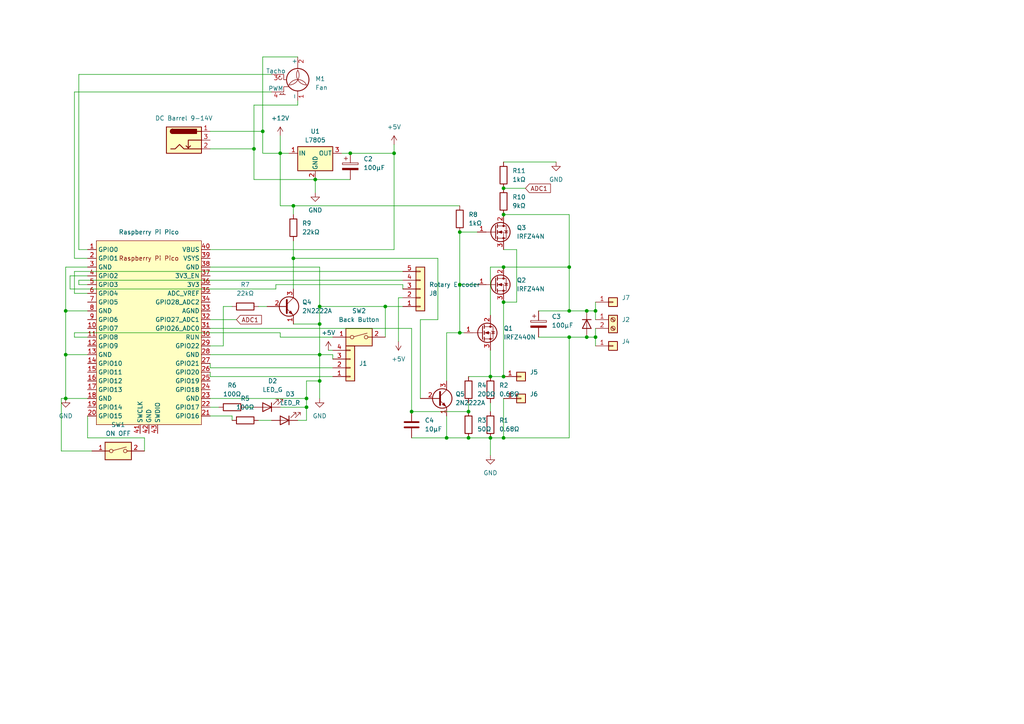
<source format=kicad_sch>
(kicad_sch (version 20230121) (generator eeschema)
  (paper "A4")
  (lib_symbols
    (symbol "Connector:Barrel_Jack_Switch" (pin_names hide)
      (property "Reference" "J" (at 0 5.334 0))
      (property "Value" "Barrel_Jack_Switch" (at 0 -5.08 0))
      (symbol "Barrel_Jack_Switch_0_1"
        (rectangle (start -5.08 3.81) (end 5.08 -3.81) (stroke (width 0.254)) (fill (type background)))
        (arc (start -3.302 3.175) (mid -3.9343 2.54) (end -3.302 1.905) (stroke (width 0.254)))
        (arc (start -3.302 3.175) (mid -3.9343 2.54) (end -3.302 1.905) (stroke (width 0.254)) (fill (type outline)))
        (polyline (pts (xy 1.27 -2.286) (xy 1.905 -1.651)) (stroke (width 0.254)))
        (polyline (pts (xy 5.08 2.54) (xy 3.81 2.54)) (stroke (width 0.254)))
        (polyline (pts (xy 5.08 0) (xy 1.27 0) (xy 1.27 -2.286) (xy 0.635 -1.651)) (stroke (width 0.254)))
        (polyline (pts (xy -3.81 -2.54) (xy -2.54 -2.54) (xy -1.27 -1.27) (xy 0 -2.54) (xy 2.54 -2.54) (xy 5.08 -2.54)) (stroke (width 0.254)))
        (rectangle (start 3.683 3.175) (end -3.302 1.905) (stroke (width 0.254)) (fill (type outline)))
      )
      (symbol "Barrel_Jack_Switch_1_1"
        (pin passive line (at 7.62 2.54 180) (length 2.54) (name "~") (number "1"))
        (pin passive line (at 7.62 -2.54 180) (length 2.54) (name "~") (number "2"))
        (pin passive line (at 7.62 0 180) (length 2.54) (name "~") (number "3"))
      )
    )
    (symbol "Connector:Screw_Terminal_01x02" (pin_names (offset 1.016) hide)
      (property "Reference" "J" (at 0 2.54 0))
      (property "Value" "Screw_Terminal_01x02" (at 0 -5.08 0))
      (symbol "Screw_Terminal_01x02_1_1"
        (rectangle (start -1.27 1.27) (end 1.27 -3.81) (stroke (width 0.254)) (fill (type background)))
        (circle (center 0 -2.54) (radius 0.635) (stroke (width 0.1524)))
        (polyline (pts (xy -0.5334 -2.2098) (xy 0.3302 -3.048)) (stroke (width 0.1524)))
        (polyline (pts (xy -0.5334 0.3302) (xy 0.3302 -0.508)) (stroke (width 0.1524)))
        (polyline (pts (xy -0.3556 -2.032) (xy 0.508 -2.8702)) (stroke (width 0.1524)))
        (polyline (pts (xy -0.3556 0.508) (xy 0.508 -0.3302)) (stroke (width 0.1524)))
        (circle (center 0 0) (radius 0.635) (stroke (width 0.1524)))
        (pin passive line (at -5.08 0 0) (length 3.81) (name "Pin_1") (number "1"))
        (pin passive line (at -5.08 -2.54 0) (length 3.81) (name "Pin_2") (number "2"))
      )
    )
    (symbol "Connector_Generic:Conn_01x01" (pin_names (offset 1.016) hide)
      (property "Reference" "J" (at 0 2.54 0))
      (property "Value" "Conn_01x01" (at 0 -2.54 0))
      (symbol "Conn_01x01_1_1"
        (rectangle (start -1.27 0.127) (end 0 -0.127) (stroke (width 0.1524)))
        (rectangle (start -1.27 1.27) (end 1.27 -1.27) (stroke (width 0.254)) (fill (type background)))
        (pin passive line (at -5.08 0 0) (length 3.81) (name "Pin_1") (number "1"))
      )
    )
    (symbol "Connector_Generic:Conn_01x04" (pin_names (offset 1.016) hide)
      (property "Reference" "J" (at 0 5.08 0))
      (property "Value" "Conn_01x04" (at 0 -7.62 0))
      (symbol "Conn_01x04_1_1"
        (rectangle (start -1.27 -4.953) (end 0 -5.207) (stroke (width 0.1524)))
        (rectangle (start -1.27 -2.413) (end 0 -2.667) (stroke (width 0.1524)))
        (rectangle (start -1.27 0.127) (end 0 -0.127) (stroke (width 0.1524)))
        (rectangle (start -1.27 2.667) (end 0 2.413) (stroke (width 0.1524)))
        (rectangle (start -1.27 3.81) (end 1.27 -6.35) (stroke (width 0.254)) (fill (type background)))
        (pin passive line (at -5.08 2.54 0) (length 3.81) (name "Pin_1") (number "1"))
        (pin passive line (at -5.08 0 0) (length 3.81) (name "Pin_2") (number "2"))
        (pin passive line (at -5.08 -2.54 0) (length 3.81) (name "Pin_3") (number "3"))
        (pin passive line (at -5.08 -5.08 0) (length 3.81) (name "Pin_4") (number "4"))
      )
    )
    (symbol "Connector_Generic:Conn_01x05" (pin_names (offset 1.016) hide)
      (property "Reference" "J" (at 0 7.62 0))
      (property "Value" "Conn_01x05" (at 0 -7.62 0))
      (symbol "Conn_01x05_1_1"
        (rectangle (start -1.27 -4.953) (end 0 -5.207) (stroke (width 0.1524)))
        (rectangle (start -1.27 -2.413) (end 0 -2.667) (stroke (width 0.1524)))
        (rectangle (start -1.27 0.127) (end 0 -0.127) (stroke (width 0.1524)))
        (rectangle (start -1.27 2.667) (end 0 2.413) (stroke (width 0.1524)))
        (rectangle (start -1.27 5.207) (end 0 4.953) (stroke (width 0.1524)))
        (rectangle (start -1.27 6.35) (end 1.27 -6.35) (stroke (width 0.254)) (fill (type background)))
        (pin passive line (at -5.08 5.08 0) (length 3.81) (name "Pin_1") (number "1"))
        (pin passive line (at -5.08 2.54 0) (length 3.81) (name "Pin_2") (number "2"))
        (pin passive line (at -5.08 0 0) (length 3.81) (name "Pin_3") (number "3"))
        (pin passive line (at -5.08 -2.54 0) (length 3.81) (name "Pin_4") (number "4"))
        (pin passive line (at -5.08 -5.08 0) (length 3.81) (name "Pin_5") (number "5"))
      )
    )
    (symbol "Device:C" (pin_numbers hide) (pin_names (offset 0.254))
      (property "Reference" "C" (at 0.635 2.54 0))
      (property "Value" "C" (at 0.635 -2.54 0))
      (symbol "C_0_1"
        (polyline (pts (xy -2.032 -0.762) (xy 2.032 -0.762)) (stroke (width 0.508)))
        (polyline (pts (xy -2.032 0.762) (xy 2.032 0.762)) (stroke (width 0.508)))
      )
      (symbol "C_1_1"
        (pin passive line (at 0 3.81 270) (length 2.794) (name "~") (number "1"))
        (pin passive line (at 0 -3.81 90) (length 2.794) (name "~") (number "2"))
      )
    )
    (symbol "Device:C_Polarized" (pin_numbers hide) (pin_names (offset 0.254))
      (property "Reference" "C" (at 0.635 2.54 0))
      (property "Value" "C_Polarized" (at 0.635 -2.54 0))
      (symbol "C_Polarized_0_1"
        (rectangle (start -2.286 0.508) (end 2.286 1.016))
        (polyline (pts (xy -1.778 2.286) (xy -0.762 2.286)))
        (polyline (pts (xy -1.27 2.794) (xy -1.27 1.778)))
        (rectangle (start 2.286 -0.508) (end -2.286 -1.016) (fill (type outline)))
      )
      (symbol "C_Polarized_1_1"
        (pin passive line (at 0 3.81 270) (length 2.794) (name "~") (number "1"))
        (pin passive line (at 0 -3.81 90) (length 2.794) (name "~") (number "2"))
      )
    )
    (symbol "Device:LED" (pin_numbers hide) (pin_names (offset 1.016) hide)
      (property "Reference" "D" (at 0 2.54 0))
      (property "Value" "LED" (at 0 -2.54 0))
      (symbol "LED_0_1"
        (polyline (pts (xy -1.27 -1.27) (xy -1.27 1.27)) (stroke (width 0.254)))
        (polyline (pts (xy -1.27 0) (xy 1.27 0)))
        (polyline (pts (xy 1.27 -1.27) (xy 1.27 1.27) (xy -1.27 0) (xy 1.27 -1.27)) (stroke (width 0.254)))
        (polyline (pts (xy -3.048 -0.762) (xy -4.572 -2.286) (xy -3.81 -2.286) (xy -4.572 -2.286) (xy -4.572 -1.524)))
        (polyline (pts (xy -1.778 -0.762) (xy -3.302 -2.286) (xy -2.54 -2.286) (xy -3.302 -2.286) (xy -3.302 -1.524)))
      )
      (symbol "LED_1_1"
        (pin passive line (at -3.81 0 0) (length 2.54) (name "K") (number "1"))
        (pin passive line (at 3.81 0 180) (length 2.54) (name "A") (number "2"))
      )
    )
    (symbol "Device:R" (pin_numbers hide) (pin_names (offset 0))
      (property "Reference" "R" (at 2.032 0 90))
      (property "Value" "R" (at 0 0 90))
      (symbol "R_0_1"
        (rectangle (start -1.016 -2.54) (end 1.016 2.54) (stroke (width 0.254)))
      )
      (symbol "R_1_1"
        (pin passive line (at 0 3.81 270) (length 1.27) (name "~") (number "1"))
        (pin passive line (at 0 -3.81 90) (length 1.27) (name "~") (number "2"))
      )
    )
    (symbol "Diode:1N4001" (pin_numbers hide) (pin_names hide)
      (property "Reference" "D" (at 0 2.54 0))
      (property "Value" "1N4001" (at 0 -2.54 0))
      (symbol "1N4001_0_1"
        (polyline (pts (xy -1.27 1.27) (xy -1.27 -1.27)) (stroke (width 0.254)))
        (polyline (pts (xy 1.27 0) (xy -1.27 0)))
        (polyline (pts (xy 1.27 1.27) (xy 1.27 -1.27) (xy -1.27 0) (xy 1.27 1.27)) (stroke (width 0.254)))
      )
      (symbol "1N4001_1_1"
        (pin passive line (at -3.81 0 0) (length 2.54) (name "K") (number "1"))
        (pin passive line (at 3.81 0 180) (length 2.54) (name "A") (number "2"))
      )
    )
    (symbol "MCU_RaspberryPi_and_Boards:Pico"
      (property "Reference" "U" (at -13.97 27.94 0))
      (property "Value" "Pico" (at 0 19.05 0))
      (symbol "Pico_0_0"
        (text "Raspberry Pi Pico" (at 0 21.59 0) (effects (font (size 1.27 1.27))))
      )
      (symbol "Pico_0_1"
        (rectangle (start -15.24 26.67) (end 15.24 -26.67) (fill (type background)))
      )
      (symbol "Pico_1_1"
        (pin bidirectional line (at -17.78 24.13 0) (length 2.54) (name "GPIO0") (number "1"))
        (pin bidirectional line (at -17.78 1.27 0) (length 2.54) (name "GPIO7") (number "10"))
        (pin bidirectional line (at -17.78 -1.27 0) (length 2.54) (name "GPIO8") (number "11"))
        (pin bidirectional line (at -17.78 -3.81 0) (length 2.54) (name "GPIO9") (number "12"))
        (pin power_in line (at -17.78 -6.35 0) (length 2.54) (name "GND") (number "13"))
        (pin bidirectional line (at -17.78 -8.89 0) (length 2.54) (name "GPIO10") (number "14"))
        (pin bidirectional line (at -17.78 -11.43 0) (length 2.54) (name "GPIO11") (number "15"))
        (pin bidirectional line (at -17.78 -13.97 0) (length 2.54) (name "GPIO12") (number "16"))
        (pin bidirectional line (at -17.78 -16.51 0) (length 2.54) (name "GPIO13") (number "17"))
        (pin power_in line (at -17.78 -19.05 0) (length 2.54) (name "GND") (number "18"))
        (pin bidirectional line (at -17.78 -21.59 0) (length 2.54) (name "GPIO14") (number "19"))
        (pin bidirectional line (at -17.78 21.59 0) (length 2.54) (name "GPIO1") (number "2"))
        (pin bidirectional line (at -17.78 -24.13 0) (length 2.54) (name "GPIO15") (number "20"))
        (pin bidirectional line (at 17.78 -24.13 180) (length 2.54) (name "GPIO16") (number "21"))
        (pin bidirectional line (at 17.78 -21.59 180) (length 2.54) (name "GPIO17") (number "22"))
        (pin power_in line (at 17.78 -19.05 180) (length 2.54) (name "GND") (number "23"))
        (pin bidirectional line (at 17.78 -16.51 180) (length 2.54) (name "GPIO18") (number "24"))
        (pin bidirectional line (at 17.78 -13.97 180) (length 2.54) (name "GPIO19") (number "25"))
        (pin bidirectional line (at 17.78 -11.43 180) (length 2.54) (name "GPIO20") (number "26"))
        (pin bidirectional line (at 17.78 -8.89 180) (length 2.54) (name "GPIO21") (number "27"))
        (pin power_in line (at 17.78 -6.35 180) (length 2.54) (name "GND") (number "28"))
        (pin bidirectional line (at 17.78 -3.81 180) (length 2.54) (name "GPIO22") (number "29"))
        (pin power_in line (at -17.78 19.05 0) (length 2.54) (name "GND") (number "3"))
        (pin input line (at 17.78 -1.27 180) (length 2.54) (name "RUN") (number "30"))
        (pin bidirectional line (at 17.78 1.27 180) (length 2.54) (name "GPIO26_ADC0") (number "31"))
        (pin bidirectional line (at 17.78 3.81 180) (length 2.54) (name "GPIO27_ADC1") (number "32"))
        (pin power_in line (at 17.78 6.35 180) (length 2.54) (name "AGND") (number "33"))
        (pin bidirectional line (at 17.78 8.89 180) (length 2.54) (name "GPIO28_ADC2") (number "34"))
        (pin power_in line (at 17.78 11.43 180) (length 2.54) (name "ADC_VREF") (number "35"))
        (pin power_in line (at 17.78 13.97 180) (length 2.54) (name "3V3") (number "36"))
        (pin input line (at 17.78 16.51 180) (length 2.54) (name "3V3_EN") (number "37"))
        (pin bidirectional line (at 17.78 19.05 180) (length 2.54) (name "GND") (number "38"))
        (pin power_in line (at 17.78 21.59 180) (length 2.54) (name "VSYS") (number "39"))
        (pin bidirectional line (at -17.78 16.51 0) (length 2.54) (name "GPIO2") (number "4"))
        (pin power_in line (at 17.78 24.13 180) (length 2.54) (name "VBUS") (number "40"))
        (pin input line (at -2.54 -29.21 90) (length 2.54) (name "SWCLK") (number "41"))
        (pin power_in line (at 0 -29.21 90) (length 2.54) (name "GND") (number "42"))
        (pin bidirectional line (at 2.54 -29.21 90) (length 2.54) (name "SWDIO") (number "43"))
        (pin bidirectional line (at -17.78 13.97 0) (length 2.54) (name "GPIO3") (number "5"))
        (pin bidirectional line (at -17.78 11.43 0) (length 2.54) (name "GPIO4") (number "6"))
        (pin bidirectional line (at -17.78 8.89 0) (length 2.54) (name "GPIO5") (number "7"))
        (pin power_in line (at -17.78 6.35 0) (length 2.54) (name "GND") (number "8"))
        (pin bidirectional line (at -17.78 3.81 0) (length 2.54) (name "GPIO6") (number "9"))
      )
    )
    (symbol "Motor:Fan_4pin" (pin_names (offset 0))
      (property "Reference" "M" (at 2.54 5.08 0))
      (property "Value" "Fan_4pin" (at 2.54 -2.54 0))
      (symbol "Fan_4pin_0_0"
        (arc (start -5.588 1.524) (mid -5.08 1.0182) (end -4.572 1.524))
        (arc (start -5.08 2.032) (mid -5.4392 1.8832) (end -5.588 1.524))
        (polyline (pts (xy -5.08 2.032) (xy -5.334 2.159)))
        (polyline (pts (xy -5.08 2.032) (xy -5.207 1.778)))
        (polyline (pts (xy -4.064 2.54) (xy -4.064 1.016) (xy -3.302 1.016)))
      )
      (symbol "Fan_4pin_0_1"
        (arc (start -2.54 -0.508) (mid 0.0028 0.9121) (end 0 3.81))
        (polyline (pts (xy -4.064 2.54) (xy -5.08 2.54)))
        (polyline (pts (xy 0 -5.08) (xy 0 -4.572)))
        (polyline (pts (xy 0 -2.2352) (xy 0 -2.6416)))
        (polyline (pts (xy 0 4.2672) (xy 0 4.6228)))
        (polyline (pts (xy 0 4.572) (xy 0 5.08)))
        (polyline (pts (xy -2.54 -1.016) (xy -4.064 -1.016) (xy -4.064 -2.54) (xy -5.08 -2.54)))
        (polyline (pts (xy -5.334 -3.302) (xy -5.08 -3.302) (xy -5.08 -3.048) (xy -4.826 -3.048) (xy -4.826 -3.302) (xy -4.318 -3.302) (xy -4.318 -3.048) (xy -4.064 -3.048) (xy -4.064 -3.302) (xy -3.556 -3.302)))
        (circle (center 0 1.016) (radius 3.2512) (stroke (width 0.254)))
        (arc (start 0 3.81) (mid 0.053 0.921) (end 2.54 -0.508))
        (arc (start 2.54 -0.508) (mid 0 1.0618) (end -2.54 -0.508))
      )
      (symbol "Fan_4pin_1_1"
        (pin passive line (at 0 -5.08 90) (length 2.54) (name "-") (number "1"))
        (pin passive line (at 0 7.62 270) (length 2.54) (name "+") (number "2"))
        (pin passive line (at -7.62 2.54 0) (length 2.54) (name "Tacho") (number "3"))
        (pin input line (at -7.62 -2.54 0) (length 2.54) (name "PWM") (number "4"))
      )
    )
    (symbol "Regulator_Linear:L7805" (pin_names (offset 0.254))
      (property "Reference" "U" (at -3.81 3.175 0))
      (property "Value" "L7805" (at 0 3.175 0))
      (symbol "L7805_0_1"
        (rectangle (start -5.08 1.905) (end 5.08 -5.08) (stroke (width 0.254)) (fill (type background)))
      )
      (symbol "L7805_1_1"
        (pin power_in line (at -7.62 0 0) (length 2.54) (name "IN") (number "1"))
        (pin power_in line (at 0 -7.62 90) (length 2.54) (name "GND") (number "2"))
        (pin power_out line (at 7.62 0 180) (length 2.54) (name "OUT") (number "3"))
      )
    )
    (symbol "Switch:SW_DIP_x01" (pin_names (offset 0) hide)
      (property "Reference" "SW" (at 0 3.81 0))
      (property "Value" "SW_DIP_x01" (at 0 -3.81 0))
      (symbol "SW_DIP_x01_0_0"
        (circle (center -2.032 0) (radius 0.508))
        (polyline (pts (xy -1.524 0.127) (xy 2.3622 1.1684)))
        (circle (center 2.032 0) (radius 0.508))
      )
      (symbol "SW_DIP_x01_0_1"
        (rectangle (start -3.81 2.54) (end 3.81 -2.54) (stroke (width 0.254)) (fill (type background)))
      )
      (symbol "SW_DIP_x01_1_1"
        (pin passive line (at -7.62 0 0) (length 5.08) (name "~") (number "1"))
        (pin passive line (at 7.62 0 180) (length 5.08) (name "~") (number "2"))
      )
    )
    (symbol "Transistor_BJT:2N3904" (pin_names (offset 0) hide)
      (property "Reference" "Q" (at 5.08 1.905 0))
      (property "Value" "2N3904" (at 5.08 0 0))
      (symbol "2N3904_0_1"
        (polyline (pts (xy 0.635 0.635) (xy 2.54 2.54)))
        (polyline (pts (xy 0.635 -0.635) (xy 2.54 -2.54) (xy 2.54 -2.54)))
        (polyline (pts (xy 0.635 1.905) (xy 0.635 -1.905) (xy 0.635 -1.905)) (stroke (width 0.508)))
        (polyline (pts (xy 1.27 -1.778) (xy 1.778 -1.27) (xy 2.286 -2.286) (xy 1.27 -1.778) (xy 1.27 -1.778)) (fill (type outline)))
        (circle (center 1.27 0) (radius 2.8194) (stroke (width 0.254)))
      )
      (symbol "2N3904_1_1"
        (pin passive line (at 2.54 -5.08 90) (length 2.54) (name "E") (number "1"))
        (pin passive line (at -5.08 0 0) (length 5.715) (name "B") (number "2"))
        (pin passive line (at 2.54 5.08 270) (length 2.54) (name "C") (number "3"))
      )
    )
    (symbol "Transistor_FET:IRF540N" (pin_names hide)
      (property "Reference" "Q" (at 6.35 1.905 0))
      (property "Value" "IRF540N" (at 6.35 0 0))
      (symbol "IRF540N_0_1"
        (polyline (pts (xy 0.254 0) (xy -2.54 0)))
        (polyline (pts (xy 0.254 1.905) (xy 0.254 -1.905)) (stroke (width 0.254)))
        (polyline (pts (xy 0.762 -1.27) (xy 0.762 -2.286)) (stroke (width 0.254)))
        (polyline (pts (xy 0.762 0.508) (xy 0.762 -0.508)) (stroke (width 0.254)))
        (polyline (pts (xy 0.762 2.286) (xy 0.762 1.27)) (stroke (width 0.254)))
        (polyline (pts (xy 2.54 2.54) (xy 2.54 1.778)))
        (polyline (pts (xy 2.54 -2.54) (xy 2.54 0) (xy 0.762 0)))
        (polyline (pts (xy 0.762 -1.778) (xy 3.302 -1.778) (xy 3.302 1.778) (xy 0.762 1.778)))
        (polyline (pts (xy 1.016 0) (xy 2.032 0.381) (xy 2.032 -0.381) (xy 1.016 0)) (fill (type outline)))
        (polyline (pts (xy 2.794 0.508) (xy 2.921 0.381) (xy 3.683 0.381) (xy 3.81 0.254)))
        (polyline (pts (xy 3.302 0.381) (xy 2.921 -0.254) (xy 3.683 -0.254) (xy 3.302 0.381)))
        (circle (center 1.651 0) (radius 2.794) (stroke (width 0.254)))
        (circle (center 2.54 -1.778) (radius 0.254) (fill (type outline)))
        (circle (center 2.54 1.778) (radius 0.254) (fill (type outline)))
      )
      (symbol "IRF540N_1_1"
        (pin input line (at -5.08 0 0) (length 2.54) (name "G") (number "1"))
        (pin passive line (at 2.54 5.08 270) (length 2.54) (name "D") (number "2"))
        (pin passive line (at 2.54 -5.08 90) (length 2.54) (name "S") (number "3"))
      )
    )
    (symbol "power:+12V" (power) (pin_names (offset 0))
      (property "Value" "+12V" (at 0 3.556 0))
      (symbol "+12V_0_1"
        (polyline (pts (xy -0.762 1.27) (xy 0 2.54)))
        (polyline (pts (xy 0 0) (xy 0 2.54)))
        (polyline (pts (xy 0 2.54) (xy 0.762 1.27)))
      )
      (symbol "+12V_1_1"
        (pin power_in line (at 0 0 90) (length 0) hide (name "+12V") (number "1"))
      )
    )
    (symbol "power:+5V" (power) (pin_names (offset 0))
      (property "Value" "+5V" (at 0 3.556 0))
      (symbol "+5V_0_1"
        (polyline (pts (xy -0.762 1.27) (xy 0 2.54)))
        (polyline (pts (xy 0 0) (xy 0 2.54)))
        (polyline (pts (xy 0 2.54) (xy 0.762 1.27)))
      )
      (symbol "+5V_1_1"
        (pin power_in line (at 0 0 90) (length 0) hide (name "+5V") (number "1"))
      )
    )
    (symbol "power:GND" (power) (pin_names (offset 0))
      (property "Value" "GND" (at 0 -3.81 0))
      (symbol "GND_0_1"
        (polyline (pts (xy 0 0) (xy 0 -1.27) (xy 1.27 -1.27) (xy 0 -2.54) (xy -1.27 -1.27) (xy 0 -1.27)))
      )
      (symbol "GND_1_1"
        (pin power_in line (at 0 0 270) (length 0) hide (name "GND") (number "1"))
      )
    )
  )
  (junction (at 92.71 102.87))
  (junction (at 146.05 54.61))
  (junction (at 172.72 90.17))
  (junction (at 170.18 97.79))
  (junction (at 19.05 102.87))
  (junction (at 146.05 62.23))
  (junction (at 73.66 43.18))
  (junction (at 165.1 90.17))
  (junction (at 76.2 38.1))
  (junction (at 135.89 119.38))
  (junction (at 133.35 96.52))
  (junction (at 92.71 110.49))
  (junction (at 135.89 127))
  (junction (at 165.1 97.79))
  (junction (at 88.9 115.57))
  (junction (at 172.72 97.79))
  (junction (at 119.38 119.38))
  (junction (at 19.05 115.57))
  (junction (at 165.1 77.47))
  (junction (at 111.76 88.9))
  (junction (at 129.54 127))
  (junction (at 133.35 82.55))
  (junction (at 146.05 87.63))
  (junction (at 146.05 77.47))
  (junction (at 92.71 93.98))
  (junction (at 133.35 67.31))
  (junction (at 85.09 74.93))
  (junction (at 142.24 109.22))
  (junction (at 101.6 44.45))
  (junction (at 91.44 52.07))
  (junction (at 146.05 109.22))
  (junction (at 19.05 90.17))
  (junction (at 170.18 90.17))
  (junction (at 81.28 44.45))
  (junction (at 85.09 59.69))
  (junction (at 92.71 88.9))
  (junction (at 88.9 118.11))
  (junction (at 146.05 127))
  (junction (at 142.24 127))
  (junction (at 114.3 44.45))
  (wire (pts (xy 146.05 72.39) (xy 149.86 72.39)))
  (wire (pts (xy 129.54 110.49) (xy 129.54 96.52)))
  (wire (pts (xy 60.96 72.39) (xy 114.3 72.39)))
  (wire (pts (xy 73.66 52.07) (xy 73.66 43.18)))
  (wire (pts (xy 60.96 102.87) (xy 92.71 102.87)))
  (wire (pts (xy 170.18 97.79) (xy 165.1 97.79)))
  (wire (pts (xy 64.77 100.33) (xy 64.77 88.9)))
  (wire (pts (xy 91.44 52.07) (xy 73.66 52.07)))
  (wire (pts (xy 91.44 52.07) (xy 101.6 52.07)))
  (wire (pts (xy 101.6 44.45) (xy 114.3 44.45)))
  (wire (pts (xy 17.78 115.57) (xy 19.05 115.57)))
  (wire (pts (xy 80.01 82.55) (xy 116.84 82.55)))
  (wire (pts (xy 81.28 39.37) (xy 81.28 44.45)))
  (wire (pts (xy 119.38 127) (xy 129.54 127)))
  (wire (pts (xy 81.28 118.11) (xy 88.9 118.11)))
  (wire (pts (xy 172.72 87.63) (xy 172.72 90.17)))
  (wire (pts (xy 170.18 90.17) (xy 172.72 90.17)))
  (wire (pts (xy 85.09 93.98) (xy 92.71 93.98)))
  (wire (pts (xy 172.72 97.79) (xy 172.72 100.33)))
  (wire (pts (xy 60.96 109.22) (xy 60.96 107.95)))
  (wire (pts (xy 95.25 101.6) (xy 96.52 101.6)))
  (wire (pts (xy 86.36 121.92) (xy 88.9 121.92)))
  (wire (pts (xy 127 92.71) (xy 127 74.93)))
  (wire (pts (xy 133.35 82.55) (xy 133.35 67.31)))
  (wire (pts (xy 81.28 44.45) (xy 81.28 59.69)))
  (wire (pts (xy 19.05 102.87) (xy 19.05 115.57)))
  (wire (pts (xy 115.57 86.36) (xy 116.84 86.36)))
  (wire (pts (xy 21.59 74.93) (xy 25.4 74.93)))
  (wire (pts (xy 60.96 95.25) (xy 119.38 95.25)))
  (wire (pts (xy 96.52 104.14) (xy 96.52 102.87)))
  (wire (pts (xy 81.28 96.52) (xy 21.59 96.52)))
  (wire (pts (xy 101.6 44.45) (xy 99.06 44.45)))
  (wire (pts (xy 60.96 118.11) (xy 63.5 118.11)))
  (wire (pts (xy 60.96 43.18) (xy 73.66 43.18)))
  (wire (pts (xy 81.28 97.79) (xy 81.28 96.52)))
  (wire (pts (xy 165.1 77.47) (xy 165.1 90.17)))
  (wire (pts (xy 133.35 96.52) (xy 134.62 96.52)))
  (wire (pts (xy 92.71 115.57) (xy 92.71 110.49)))
  (wire (pts (xy 21.59 78.74) (xy 21.59 85.09)))
  (wire (pts (xy 142.24 116.84) (xy 142.24 119.38)))
  (wire (pts (xy 17.78 115.57) (xy 17.78 130.81)))
  (wire (pts (xy 21.59 78.74) (xy 116.84 78.74)))
  (wire (pts (xy 81.28 97.79) (xy 96.52 97.79)))
  (wire (pts (xy 96.52 102.87) (xy 92.71 102.87)))
  (wire (pts (xy 127 74.93) (xy 85.09 74.93)))
  (wire (pts (xy 129.54 96.52) (xy 133.35 96.52)))
  (wire (pts (xy 86.36 29.21) (xy 86.36 30.48)))
  (wire (pts (xy 74.93 88.9) (xy 77.47 88.9)))
  (wire (pts (xy 19.05 77.47) (xy 19.05 90.17)))
  (wire (pts (xy 138.43 82.55) (xy 133.35 82.55)))
  (wire (pts (xy 19.05 90.17) (xy 19.05 102.87)))
  (wire (pts (xy 119.38 119.38) (xy 135.89 119.38)))
  (wire (pts (xy 41.91 130.81) (xy 41.91 127)))
  (wire (pts (xy 60.96 120.65) (xy 67.31 120.65)))
  (wire (pts (xy 71.12 118.11) (xy 73.66 118.11)))
  (wire (pts (xy 76.2 16.51) (xy 86.36 16.51)))
  (wire (pts (xy 146.05 127) (xy 142.24 127)))
  (wire (pts (xy 78.74 26.67) (xy 21.59 26.67)))
  (wire (pts (xy 146.05 77.47) (xy 165.1 77.47)))
  (wire (pts (xy 165.1 97.79) (xy 165.1 127)))
  (wire (pts (xy 60.96 106.68) (xy 60.96 105.41)))
  (wire (pts (xy 20.32 83.82) (xy 80.01 83.82)))
  (wire (pts (xy 142.24 91.44) (xy 142.24 77.47)))
  (wire (pts (xy 88.9 115.57) (xy 88.9 118.11)))
  (wire (pts (xy 19.05 115.57) (xy 25.4 115.57)))
  (wire (pts (xy 135.89 109.22) (xy 142.24 109.22)))
  (wire (pts (xy 165.1 127) (xy 146.05 127)))
  (wire (pts (xy 149.86 72.39) (xy 149.86 87.63)))
  (wire (pts (xy 81.28 59.69) (xy 85.09 59.69)))
  (wire (pts (xy 129.54 120.65) (xy 129.54 127)))
  (wire (pts (xy 25.4 127) (xy 25.4 120.65)))
  (wire (pts (xy 135.89 127) (xy 142.24 127)))
  (wire (pts (xy 41.91 127) (xy 25.4 127)))
  (wire (pts (xy 20.32 80.01) (xy 25.4 80.01)))
  (wire (pts (xy 133.35 67.31) (xy 138.43 67.31)))
  (wire (pts (xy 133.35 82.55) (xy 133.35 96.52)))
  (wire (pts (xy 67.31 120.65) (xy 67.31 121.92)))
  (wire (pts (xy 64.77 88.9) (xy 67.31 88.9)))
  (wire (pts (xy 74.93 121.92) (xy 78.74 121.92)))
  (wire (pts (xy 20.32 83.82) (xy 20.32 80.01)))
  (wire (pts (xy 73.66 30.48) (xy 86.36 30.48)))
  (wire (pts (xy 85.09 59.69) (xy 133.35 59.69)))
  (wire (pts (xy 146.05 62.23) (xy 165.1 62.23)))
  (wire (pts (xy 21.59 97.79) (xy 25.4 97.79)))
  (wire (pts (xy 22.86 82.55) (xy 25.4 82.55)))
  (wire (pts (xy 21.59 26.67) (xy 21.59 74.93)))
  (wire (pts (xy 114.3 72.39) (xy 114.3 44.45)))
  (wire (pts (xy 111.76 88.9) (xy 111.76 97.79)))
  (wire (pts (xy 25.4 102.87) (xy 19.05 102.87)))
  (wire (pts (xy 25.4 72.39) (xy 22.86 72.39)))
  (wire (pts (xy 85.09 83.82) (xy 85.09 74.93)))
  (wire (pts (xy 142.24 77.47) (xy 146.05 77.47)))
  (wire (pts (xy 76.2 38.1) (xy 76.2 44.45)))
  (wire (pts (xy 146.05 87.63) (xy 146.05 109.22)))
  (wire (pts (xy 60.96 38.1) (xy 76.2 38.1)))
  (wire (pts (xy 22.86 81.28) (xy 116.84 81.28)))
  (wire (pts (xy 73.66 43.18) (xy 73.66 30.48)))
  (wire (pts (xy 165.1 62.23) (xy 165.1 77.47)))
  (wire (pts (xy 92.71 102.87) (xy 92.71 110.49)))
  (wire (pts (xy 172.72 95.25) (xy 172.72 97.79)))
  (wire (pts (xy 96.52 106.68) (xy 60.96 106.68)))
  (wire (pts (xy 114.3 41.91) (xy 114.3 44.45)))
  (wire (pts (xy 60.96 77.47) (xy 92.71 77.47)))
  (wire (pts (xy 170.18 90.17) (xy 165.1 90.17)))
  (wire (pts (xy 142.24 127) (xy 142.24 132.08)))
  (wire (pts (xy 146.05 115.57) (xy 146.05 127)))
  (wire (pts (xy 17.78 130.81) (xy 26.67 130.81)))
  (wire (pts (xy 129.54 127) (xy 135.89 127)))
  (wire (pts (xy 121.92 92.71) (xy 127 92.71)))
  (wire (pts (xy 76.2 44.45) (xy 81.28 44.45)))
  (wire (pts (xy 60.96 100.33) (xy 64.77 100.33)))
  (wire (pts (xy 152.4 54.61) (xy 146.05 54.61)))
  (wire (pts (xy 76.2 16.51) (xy 76.2 38.1)))
  (wire (pts (xy 116.84 82.55) (xy 116.84 83.82)))
  (wire (pts (xy 172.72 97.79) (xy 170.18 97.79)))
  (wire (pts (xy 142.24 101.6) (xy 142.24 109.22)))
  (wire (pts (xy 81.28 44.45) (xy 83.82 44.45)))
  (wire (pts (xy 156.21 90.17) (xy 165.1 90.17)))
  (wire (pts (xy 22.86 81.28) (xy 22.86 82.55)))
  (wire (pts (xy 92.71 88.9) (xy 111.76 88.9)))
  (wire (pts (xy 92.71 88.9) (xy 92.71 93.98)))
  (wire (pts (xy 111.76 88.9) (xy 116.84 88.9)))
  (wire (pts (xy 135.89 116.84) (xy 135.89 119.38)))
  (wire (pts (xy 119.38 95.25) (xy 119.38 119.38)))
  (wire (pts (xy 22.86 21.59) (xy 78.74 21.59)))
  (wire (pts (xy 92.71 93.98) (xy 92.71 102.87)))
  (wire (pts (xy 142.24 109.22) (xy 146.05 109.22)))
  (wire (pts (xy 25.4 77.47) (xy 19.05 77.47)))
  (wire (pts (xy 92.71 77.47) (xy 92.71 88.9)))
  (wire (pts (xy 85.09 69.85) (xy 85.09 74.93)))
  (wire (pts (xy 172.72 90.17) (xy 172.72 92.71)))
  (wire (pts (xy 146.05 46.99) (xy 161.29 46.99)))
  (wire (pts (xy 85.09 59.69) (xy 85.09 62.23)))
  (wire (pts (xy 149.86 87.63) (xy 146.05 87.63)))
  (wire (pts (xy 88.9 115.57) (xy 88.9 110.49)))
  (wire (pts (xy 91.44 52.07) (xy 91.44 55.88)))
  (wire (pts (xy 60.96 115.57) (xy 88.9 115.57)))
  (wire (pts (xy 68.58 92.71) (xy 60.96 92.71)))
  (wire (pts (xy 25.4 90.17) (xy 19.05 90.17)))
  (wire (pts (xy 21.59 85.09) (xy 25.4 85.09)))
  (wire (pts (xy 80.01 83.82) (xy 80.01 82.55)))
  (wire (pts (xy 96.52 109.22) (xy 60.96 109.22)))
  (wire (pts (xy 88.9 118.11) (xy 88.9 121.92)))
  (wire (pts (xy 21.59 96.52) (xy 21.59 97.79)))
  (wire (pts (xy 115.57 99.06) (xy 115.57 86.36)))
  (wire (pts (xy 22.86 72.39) (xy 22.86 21.59)))
  (wire (pts (xy 156.21 97.79) (xy 165.1 97.79)))
  (wire (pts (xy 88.9 110.49) (xy 92.71 110.49)))
  (wire (pts (xy 121.92 115.57) (xy 121.92 92.71)))
  (global_label "ADC1" (shape input) (at 152.4 54.61 0) (property "Intersheetrefs" "${INTERSHEET_REFS}" (effects hide)))
  (global_label "ADC1" (shape input) (at 68.58 92.71 0) (property "Intersheetrefs" "${INTERSHEET_REFS}" (effects hide)))
  (symbol (lib_id "Device:R") (at 133.35 63.5 0) (unit 1)
    (property "Reference" "R8" (at 135.89 62.23 0) (effects (justify left)))
    (property "Value" "1kΩ" (at 135.89 64.77 0) (effects (justify left)))
    (property "Footprint" "Resistor_THT:R_Axial_DIN0309_L9.0mm_D3.2mm_P12.70mm_Horizontal" (effects hide))
  )
  (symbol (lib_id "Device:C_Polarized") (at 101.6 48.26 0) (unit 1)
    (property "Reference" "C2" (at 105.41 46.101 0) (effects (justify left)))
    (property "Value" "100µF" (at 105.41 48.641 0) (effects (justify left)))
    (property "Footprint" "Capacitor_THT:CP_Radial_D4.0mm_P2.00mm" (effects hide))
  )
  (symbol (lib_id "Device:LED") (at 77.47 118.11 180) (unit 1)
    (property "Reference" "D2" (at 79.0575 110.49 0))
    (property "Value" "LED_G" (at 79.0575 113.03 0))
    (property "Footprint" "LED_THT:LED_D5.0mm" (effects hide))
  )
  (symbol (lib_id "MCU_RaspberryPi_and_Boards:Pico") (at 43.18 96.52 0) (unit 1)
    (property "Reference" "U2" (effects hide))
    (property "Value" "Raspberry Pi Pico" (at 43.18 67.31 0))
    (property "Footprint" "MCU_RaspberryPi_and_Boards:RPi_Pico_SMD_TH" (effects hide))
  )
  (symbol (lib_id "Device:R") (at 71.12 121.92 90) (unit 1)
    (property "Reference" "R5" (at 71.12 115.57 90))
    (property "Value" "100Ω" (at 71.12 118.11 90))
    (property "Footprint" "Resistor_THT:R_Axial_DIN0309_L9.0mm_D3.2mm_P12.70mm_Horizontal" (effects hide))
  )
  (symbol (lib_id "Device:R") (at 67.31 118.11 90) (unit 1)
    (property "Reference" "R6" (at 67.31 111.76 90))
    (property "Value" "100Ω" (at 67.31 114.3 90))
    (property "Footprint" "Resistor_THT:R_Axial_DIN0309_L9.0mm_D3.2mm_P12.70mm_Horizontal" (effects hide))
  )
  (symbol (lib_id "Diode:1N4001") (at 170.18 93.98 270) (unit 1)
    (property "Reference" "D1" (effects hide))
    (property "Value" "1N4001" (effects hide))
    (property "Footprint" "Diode_THT:D_DO-41_SOD81_P10.16mm_Horizontal" (effects hide))
    (property "Datasheet" "http://www.vishay.com/docs/88503/1n4001.pdf" (effects hide))
    (property "Sim.Device" "D" (effects hide))
    (property "Sim.Pins" "1=K 2=A" (effects hide))
  )
  (symbol (lib_id "Device:C") (at 119.38 123.19 0) (unit 1)
    (property "Reference" "C4" (at 123.19 121.92 0) (effects (justify left)))
    (property "Value" "10µF" (at 123.19 124.46 0) (effects (justify left)))
    (property "Footprint" "Capacitor_THT:CP_Radial_D4.0mm_P2.00mm" (effects hide))
  )
  (symbol (lib_id "Device:R") (at 135.89 113.03 0) (unit 1)
    (property "Reference" "R4" (at 138.43 111.76 0) (effects (justify left)))
    (property "Value" "200Ω" (at 138.43 114.3 0) (effects (justify left)))
    (property "Footprint" "Resistor_THT:R_Axial_DIN0309_L9.0mm_D3.2mm_P12.70mm_Horizontal" (effects hide))
  )
  (symbol (lib_id "Device:R") (at 71.12 88.9 90) (unit 1)
    (property "Reference" "R7" (at 71.12 82.55 90))
    (property "Value" "22kΩ" (at 71.12 85.09 90))
    (property "Footprint" "Resistor_THT:R_Axial_DIN0309_L9.0mm_D3.2mm_P12.70mm_Horizontal" (effects hide))
  )
  (symbol (lib_id "power:GND") (at 142.24 132.08 0) (unit 1)
    (property "Reference" "#PWR06" (effects hide))
    (property "Value" "GND" (at 142.24 137.16 0))
  )
  (symbol (lib_id "Device:R") (at 142.24 123.19 0) (unit 1)
    (property "Reference" "R1" (at 144.78 121.92 0) (effects (justify left)))
    (property "Value" "0.68Ω" (at 144.78 124.46 0) (effects (justify left)))
  )
  (symbol (lib_id "Connector:Screw_Terminal_01x02") (at 177.8 92.71 0) (unit 1)
    (property "Reference" "J2" (at 180.34 92.71 0) (effects (justify left)))
    (property "Value" "Screw_Terminal_01x02" (effects hide))
    (property "Footprint" "TerminalBlock:TerminalBlock_bornier-2_P5.08mm" (effects hide))
  )
  (symbol (lib_id "Device:R") (at 85.09 66.04 0) (unit 1)
    (property "Reference" "R9" (at 87.63 64.77 0) (effects (justify left)))
    (property "Value" "22kΩ" (at 87.63 67.31 0) (effects (justify left)))
    (property "Footprint" "Resistor_THT:R_Axial_DIN0309_L9.0mm_D3.2mm_P12.70mm_Horizontal" (effects hide))
  )
  (symbol (lib_id "Device:R") (at 135.89 123.19 180) (unit 1)
    (property "Reference" "R3" (at 138.43 121.92 0) (effects (justify right)))
    (property "Value" "50Ω" (at 138.43 124.46 0) (effects (justify right)))
    (property "Footprint" "Resistor_THT:R_Axial_DIN0309_L9.0mm_D3.2mm_P12.70mm_Horizontal" (effects hide))
  )
  (symbol (lib_id "Device:LED") (at 82.55 121.92 180) (unit 1)
    (property "Reference" "D3" (at 84.1375 114.3 0))
    (property "Value" "LED_R" (at 84.1375 116.84 0))
    (property "Footprint" "LED_THT:LED_D5.0mm" (effects hide))
  )
  (symbol (lib_id "power:+5V") (at 114.3 41.91 0) (unit 1)
    (property "Reference" "#PWR03" (effects hide))
    (property "Value" "+5V" (at 114.3 36.83 0))
  )
  (symbol (lib_id "Transistor_FET:IRF540N") (at 139.7 96.52 0) (unit 1)
    (property "Reference" "Q1" (at 146.05 95.25 0) (effects (justify left)))
    (property "Value" "IRFZ440N" (at 146.05 97.79 0) (effects (justify left)))
    (property "Footprint" "Package_TO_SOT_THT:TO-220-3_Vertical" (effects hide))
    (property "Datasheet" "http://www.irf.com/product-info/datasheets/data/irf540n.pdf" (effects hide))
  )
  (symbol (lib_id "power:+12V") (at 81.28 39.37 0) (unit 1)
    (property "Reference" "#PWR02" (effects hide))
    (property "Value" "+12V" (at 81.28 34.29 0))
  )
  (symbol (lib_id "Switch:SW_DIP_x01") (at 104.14 97.79 0) (unit 1)
    (property "Reference" "SW2" (at 104.14 90.17 0))
    (property "Value" "Back Button" (at 104.14 92.71 0))
    (property "Footprint" "Button_Switch_THT:SW_PUSH_6mm" (effects hide))
  )
  (symbol (lib_id "power:GND") (at 91.44 55.88 0) (unit 1)
    (property "Reference" "#PWR01" (effects hide))
    (property "Value" "GND" (at 91.44 60.96 0))
  )
  (symbol (lib_id "Device:R") (at 146.05 58.42 0) (unit 1)
    (property "Reference" "R10" (at 148.59 57.15 0) (effects (justify left)))
    (property "Value" "9kΩ" (at 148.59 59.69 0) (effects (justify left)))
    (property "Footprint" "Resistor_THT:R_Axial_DIN0309_L9.0mm_D3.2mm_P12.70mm_Horizontal" (effects hide))
  )
  (symbol (lib_id "power:+5V") (at 95.25 101.6 0) (unit 1)
    (property "Reference" "#PWR010" (effects hide))
    (property "Value" "+5V" (at 95.25 96.52 0))
  )
  (symbol (lib_id "Motor:Fan_4pin") (at 86.36 24.13 0) (unit 1)
    (property "Reference" "M1" (at 91.44 22.86 0) (effects (justify left)))
    (property "Value" "Fan" (at 91.44 25.4 0) (effects (justify left)))
    (property "Footprint" "Connector:FanPinHeader_1x04_P2.54mm_Vertical" (effects hide))
    (property "Datasheet" "http://www.formfactors.org/developer%5Cspecs%5Crev1_2_public.pdf" (effects hide))
  )
  (symbol (lib_id "Connector_Generic:Conn_01x04") (at 101.6 106.68 0) (mirror x) (unit 1)
    (property "Reference" "J1" (at 104.14 105.41 0) (effects (justify left)))
    (property "Value" "Conn_01x04" (effects hide))
    (property "Footprint" "Connector_PinHeader_2.54mm:PinHeader_1x04_P2.54mm_Vertical" (effects hide))
  )
  (symbol (lib_id "Switch:SW_DIP_x01") (at 34.29 130.81 0) (unit 1)
    (property "Reference" "SW1" (at 34.29 123.19 0))
    (property "Value" "ON OFF" (at 34.29 125.73 0))
    (property "Footprint" "Button_Switch_THT:SW_PUSH_6mm" (effects hide))
  )
  (symbol (lib_id "Device:R") (at 146.05 50.8 0) (unit 1)
    (property "Reference" "R11" (at 148.59 49.53 0) (effects (justify left)))
    (property "Value" "1kΩ" (at 148.59 52.07 0) (effects (justify left)))
    (property "Footprint" "Resistor_THT:R_Axial_DIN0309_L9.0mm_D3.2mm_P12.70mm_Horizontal" (effects hide))
  )
  (symbol (lib_id "power:GND") (at 19.05 115.57 0) (unit 1)
    (property "Reference" "#PWR04" (effects hide))
    (property "Value" "GND" (at 19.05 120.65 0))
  )
  (symbol (lib_id "Transistor_FET:IRF540N") (at 143.51 82.55 0) (unit 1)
    (property "Reference" "Q2" (at 149.86 81.28 0) (effects (justify left)))
    (property "Value" "IRFZ44N" (at 149.86 83.82 0) (effects (justify left)))
    (property "Footprint" "Package_TO_SOT_THT:TO-220-3_Vertical" (effects hide))
    (property "Datasheet" "http://www.irf.com/product-info/datasheets/data/irf540n.pdf" (effects hide))
  )
  (symbol (lib_id "Connector_Generic:Conn_01x05") (at 121.92 83.82 0) (mirror x) (unit 1)
    (property "Reference" "J8" (at 124.46 85.09 0) (effects (justify left)))
    (property "Value" "Rotary Encoder" (at 124.46 82.55 0) (effects (justify left)))
    (property "Footprint" "Connector_PinHeader_2.54mm:PinHeader_1x05_P2.54mm_Vertical" (effects hide))
  )
  (symbol (lib_id "Connector_Generic:Conn_01x01") (at 177.8 87.63 0) (unit 1)
    (property "Reference" "J7" (at 180.34 86.36 0) (effects (justify left)))
    (property "Value" "Conn_01x01" (effects hide))
    (property "Footprint" "Connector_Pin:Pin_D1.3mm_L11.0mm" (effects hide))
  )
  (symbol (lib_id "Connector_Generic:Conn_01x01") (at 177.8 100.33 0) (unit 1)
    (property "Reference" "J4" (at 180.34 99.06 0) (effects (justify left)))
    (property "Value" "Conn_01x01" (effects hide))
    (property "Footprint" "Connector_Pin:Pin_D1.3mm_L11.0mm" (effects hide))
  )
  (symbol (lib_id "Device:C_Polarized") (at 156.21 93.98 0) (unit 1)
    (property "Reference" "C3" (at 160.02 91.821 0) (effects (justify left)))
    (property "Value" "100µF" (at 160.02 94.361 0) (effects (justify left)))
    (property "Footprint" "Capacitor_THT:CP_Radial_D8.0mm_P5.00mm" (effects hide))
  )
  (symbol (lib_id "power:GND") (at 92.71 115.57 0) (unit 1)
    (property "Reference" "#PWR09" (effects hide))
    (property "Value" "GND" (at 92.71 120.65 0))
  )
  (symbol (lib_id "Connector_Generic:Conn_01x01") (at 151.13 109.22 0) (unit 1)
    (property "Reference" "J5" (at 153.67 107.95 0) (effects (justify left)))
    (property "Value" "Conn_01x01" (effects hide))
    (property "Footprint" "Connector_Pin:Pin_D1.3mm_L11.0mm" (effects hide))
  )
  (symbol (lib_id "Transistor_BJT:2N3904") (at 82.55 88.9 0) (unit 1)
    (property "Reference" "Q4" (at 87.63 87.63 0) (effects (justify left)))
    (property "Value" "2N2222A" (at 87.63 90.17 0) (effects (justify left)))
    (property "Footprint" "Package_TO_SOT_THT:TO-92_Inline" (effects hide))
    (property "Datasheet" "https://www.onsemi.com/pub/Collateral/2N3903-D.PDF" (effects hide))
  )
  (symbol (lib_id "Transistor_FET:IRF540N") (at 143.51 67.31 0) (unit 1)
    (property "Reference" "Q3" (at 149.86 66.04 0) (effects (justify left)))
    (property "Value" "IRFZ44N" (at 149.86 68.58 0) (effects (justify left)))
    (property "Footprint" "Package_TO_SOT_THT:TO-220-3_Vertical" (effects hide))
    (property "Datasheet" "http://www.irf.com/product-info/datasheets/data/irf540n.pdf" (effects hide))
  )
  (symbol (lib_id "Regulator_Linear:L7805") (at 91.44 44.45 0) (unit 1)
    (property "Reference" "U1" (at 91.44 38.1 0))
    (property "Value" "L7805" (at 91.44 40.64 0))
    (property "Footprint" "Package_TO_SOT_THT:TO-220-3_Vertical" (effects hide))
    (property "Datasheet" "http://www.st.com/content/ccc/resource/technical/document/datasheet/41/4f/b3/b0/12/d4/47/88/CD00000444.pdf/files/CD00000444.pdf/jcr:content/translations/en.CD00000444.pdf" (effects hide))
  )
  (symbol (lib_id "power:GND") (at 161.29 46.99 0) (unit 1)
    (property "Reference" "#PWR07" (effects hide))
    (property "Value" "GND" (at 161.29 52.07 0))
  )
  (symbol (lib_id "Connector:Barrel_Jack_Switch") (at 53.34 40.64 0) (unit 1)
    (property "Reference" "J3" (effects hide))
    (property "Value" "DC Barrel 9-14V" (at 53.34 34.29 0))
    (property "Footprint" "Connector_BarrelJack:BarrelJack_Horizontal" (effects hide))
  )
  (symbol (lib_id "Connector_Generic:Conn_01x01") (at 151.13 115.57 0) (unit 1)
    (property "Reference" "J6" (at 153.67 114.3 0) (effects (justify left)))
    (property "Value" "Conn_01x01" (effects hide))
    (property "Footprint" "Connector_Pin:Pin_D1.3mm_L11.0mm" (effects hide))
  )
  (symbol (lib_id "power:+5V") (at 115.57 99.06 180) (unit 1)
    (property "Reference" "#PWR05" (effects hide))
    (property "Value" "+5V" (at 115.57 104.14 0))
  )
  (symbol (lib_id "Transistor_BJT:2N3904") (at 127 115.57 0) (unit 1)
    (property "Reference" "Q5" (at 132.08 114.3 0) (effects (justify left)))
    (property "Value" "2N2222A" (at 132.08 116.84 0) (effects (justify left)))
    (property "Footprint" "Package_TO_SOT_THT:TO-92_Inline" (effects hide))
    (property "Datasheet" "https://www.onsemi.com/pub/Collateral/2N3903-D.PDF" (effects hide))
  )
  (symbol (lib_id "Device:R") (at 142.24 113.03 0) (unit 1)
    (property "Reference" "R2" (at 144.78 111.76 0) (effects (justify left)))
    (property "Value" "0.68Ω" (at 144.78 114.3 0) (effects (justify left)))
  )
)
</source>
